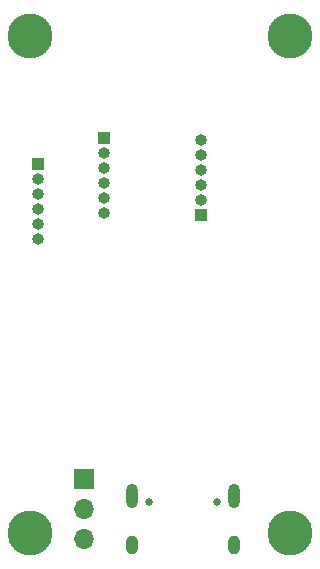
<source format=gbs>
%TF.GenerationSoftware,KiCad,Pcbnew,7.0.2-6a45011f42~172~ubuntu23.04.1*%
%TF.CreationDate,2023-05-23T16:12:19+02:00*%
%TF.ProjectId,pcb,7063622e-6b69-4636-9164-5f7063625858,rev?*%
%TF.SameCoordinates,Original*%
%TF.FileFunction,Soldermask,Bot*%
%TF.FilePolarity,Negative*%
%FSLAX46Y46*%
G04 Gerber Fmt 4.6, Leading zero omitted, Abs format (unit mm)*
G04 Created by KiCad (PCBNEW 7.0.2-6a45011f42~172~ubuntu23.04.1) date 2023-05-23 16:12:19*
%MOMM*%
%LPD*%
G01*
G04 APERTURE LIST*
%ADD10R,1.000000X1.000000*%
%ADD11O,1.000000X1.000000*%
%ADD12C,2.600000*%
%ADD13C,3.800000*%
%ADD14R,1.700000X1.700000*%
%ADD15O,1.700000X1.700000*%
%ADD16C,0.650000*%
%ADD17O,1.000000X1.600000*%
%ADD18O,1.000000X2.100000*%
G04 APERTURE END LIST*
D10*
%TO.C,IO*%
X63881000Y-55650000D03*
D11*
X63881000Y-56920000D03*
X63881000Y-58190000D03*
X63881000Y-59460000D03*
X63881000Y-60730000D03*
X63881000Y-62000000D03*
%TD*%
D12*
%TO.C,H2*%
X85250000Y-44750000D03*
D13*
X85250000Y-44750000D03*
%TD*%
D14*
%TO.C,D*%
X67818000Y-82296000D03*
D15*
X67818000Y-84836000D03*
X67818000Y-87376000D03*
%TD*%
D12*
%TO.C,H1*%
X63250000Y-44750000D03*
D13*
X63250000Y-44750000D03*
%TD*%
D12*
%TO.C,H3*%
X63246000Y-86868000D03*
D13*
X63246000Y-86868000D03*
%TD*%
D16*
%TO.C,J3*%
X73310000Y-84268000D03*
X79090000Y-84268000D03*
D17*
X80520000Y-87918000D03*
D18*
X80520000Y-83738000D03*
D17*
X71880000Y-87918000D03*
D18*
X71880000Y-83738000D03*
%TD*%
D12*
%TO.C,H4*%
X85217000Y-86868000D03*
D13*
X85217000Y-86868000D03*
%TD*%
D10*
%TO.C,IO*%
X69500000Y-53420000D03*
D11*
X69500000Y-54690000D03*
X69500000Y-55960000D03*
X69500000Y-57230000D03*
X69500000Y-58500000D03*
X69500000Y-59770000D03*
%TD*%
D10*
%TO.C,IO*%
X77724000Y-59944000D03*
D11*
X77724000Y-58674000D03*
X77724000Y-57404000D03*
X77724000Y-56134000D03*
X77724000Y-54864000D03*
X77724000Y-53594000D03*
%TD*%
M02*

</source>
